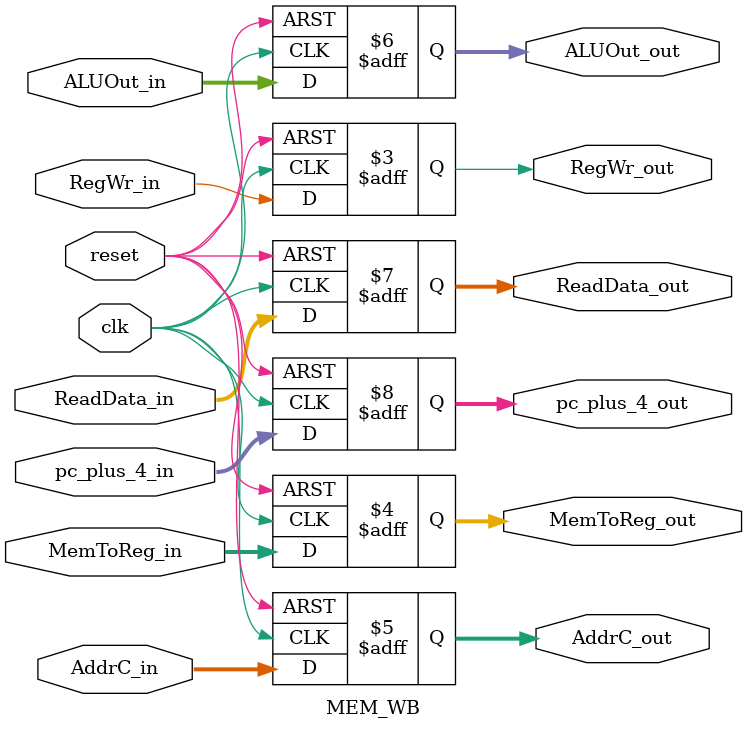
<source format=v>
module MEM_WB(clk,reset,RegWr_in,RegWr_out,MemToReg_in,MemToReg_out,
	ALUOut_in,ALUOut_out,ReadData_in,ReadData_out,pc_plus_4_in,
	pc_plus_4_out,AddrC_in,AddrC_out);
input clk,reset,RegWr_in;
input [1:0] MemToReg_in;
input [4:0] AddrC_in;
input [31:0] ALUOut_in,ReadData_in,pc_plus_4_in;
output reg RegWr_out;
output reg [1:0] MemToReg_out;
output reg [4:0] AddrC_out;
output reg [31:0] ALUOut_out,ReadData_out,pc_plus_4_out;

always@(posedge clk or negedge reset)
begin
if(~reset) begin
RegWr_out<=1'b0;
MemToReg_out<=2'b00;
ALUOut_out<=32'h00000000;
ReadData_out<=32'h00000000;
pc_plus_4_out<=32'h00000000;
AddrC_out<=32'h00000000;
end
else begin
RegWr_out<=RegWr_in;
MemToReg_out<=MemToReg_in;
ALUOut_out<=ALUOut_in;
ReadData_out<=ReadData_in;
pc_plus_4_out<=pc_plus_4_in;
AddrC_out<=AddrC_in;
end

end
endmodule

</source>
